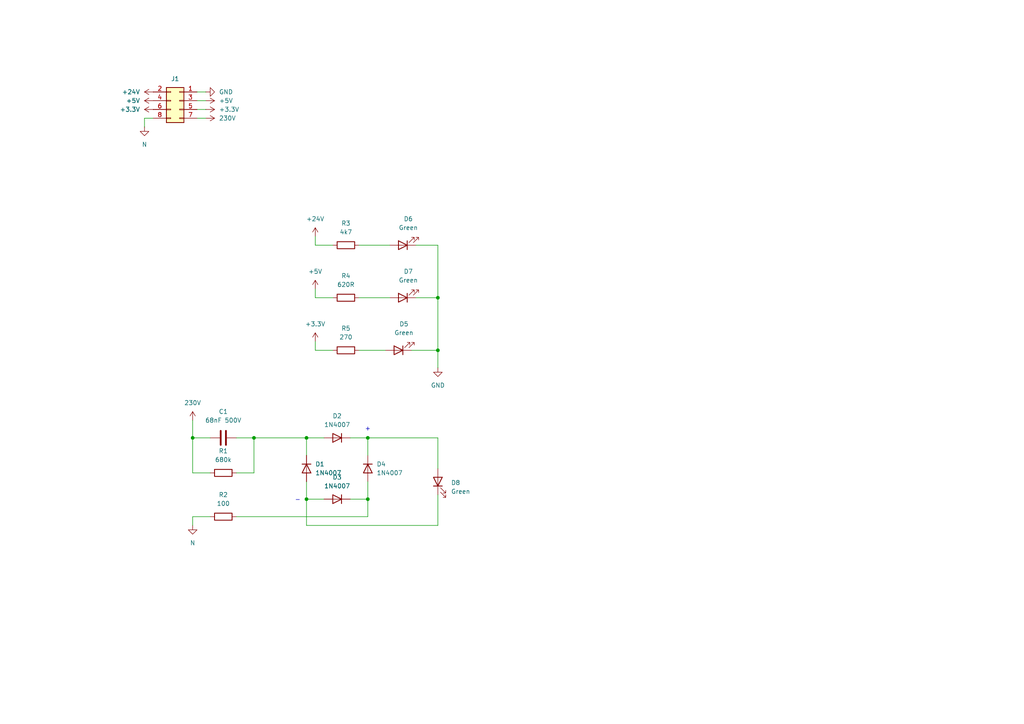
<source format=kicad_sch>
(kicad_sch (version 20231120) (generator "eeschema") (generator_version "8.0")
  (paper "A4")
  (title_block (title "${article} v${version}"))
  (lib_symbols
    (symbol "kicad_inventree_lib:1N4007" (pin_numbers hide) (pin_names hide)
      (property "Reference" "D" (at 0 2.54 0))
      (property "Value" "1N4007" (at 0 -2.54 0))
      (symbol "1N4007_0_1"
        (polyline (pts (xy -1.27 1.27) (xy -1.27 -1.27)) (stroke (width 0.254)))
        (polyline (pts (xy 1.27 0) (xy -1.27 0)))
        (polyline (pts (xy 1.27 1.27) (xy 1.27 -1.27) (xy -1.27 0) (xy 1.27 1.27)) (stroke (width 0.254)))
      )
      (symbol "1N4007_1_1"
        (pin passive line (at -3.81 0 0) (length 2.54) (name "K") (number "1"))
        (pin passive line (at 3.81 0 180) (length 2.54) (name "A") (number "2"))
      )
    )
    (symbol "kicad_inventree_lib:C_68nF_500V_1210" (pin_numbers hide) (pin_names (offset 0.254))
      (property "Reference" "C" (at 0.635 2.54 0))
      (property "Value" "68nF 500V" (at 0.635 -2.54 0))
      (symbol "C_68nF_500V_1210_0_1"
        (polyline (pts (xy -2.032 -0.762) (xy 2.032 -0.762)) (stroke (width 0.508)))
        (polyline (pts (xy -2.032 0.762) (xy 2.032 0.762)) (stroke (width 0.508)))
      )
      (symbol "C_68nF_500V_1210_1_1"
        (pin passive line (at 0 3.81 270) (length 2.794) (name "~") (number "1"))
        (pin passive line (at 0 -3.81 90) (length 2.794) (name "~") (number "2"))
      )
    )
    (symbol "kicad_inventree_lib:LED_green_1206_reverse" (pin_numbers hide) (pin_names (offset 1.016) hide)
      (property "Reference" "D" (at 0 2.54 0))
      (property "Value" "Green" (at 0 -2.54 0))
      (symbol "LED_green_1206_reverse_0_1"
        (polyline (pts (xy -1.27 -1.27) (xy -1.27 1.27)) (stroke (width 0.254)))
        (polyline (pts (xy -1.27 0) (xy 1.27 0)))
        (polyline (pts (xy 1.27 -1.27) (xy 1.27 1.27) (xy -1.27 0) (xy 1.27 -1.27)) (stroke (width 0.254)))
        (polyline (pts (xy -3.048 -0.762) (xy -4.572 -2.286) (xy -3.81 -2.286) (xy -4.572 -2.286) (xy -4.572 -1.524)))
        (polyline (pts (xy -1.778 -0.762) (xy -3.302 -2.286) (xy -2.54 -2.286) (xy -3.302 -2.286) (xy -3.302 -1.524)))
      )
      (symbol "LED_green_1206_reverse_1_1"
        (pin passive line (at -3.81 0 0) (length 2.54) (name "K") (number "1"))
        (pin passive line (at 3.81 0 180) (length 2.54) (name "A") (number "2"))
      )
    )
    (symbol "kicad_inventree_lib:PinHeader_02x04_P2.54_THT_angle" (pin_names (offset 1.016) hide)
      (property "Reference" "J" (at 1.27 5.08 0))
      (property "Value" "PinHeader_02x04_P2.54_THT_angle" (at 1.27 -7.62 0))
      (symbol "PinHeader_02x04_P2.54_THT_angle_1_1"
        (rectangle (start -1.27 -4.953) (end 0 -5.207) (stroke (width 0.1524)))
        (rectangle (start -1.27 -2.413) (end 0 -2.667) (stroke (width 0.1524)))
        (rectangle (start -1.27 0.127) (end 0 -0.127) (stroke (width 0.1524)))
        (rectangle (start -1.27 2.667) (end 0 2.413) (stroke (width 0.1524)))
        (rectangle (start -1.27 3.81) (end 3.81 -6.35) (stroke (width 0.254)) (fill (type background)))
        (rectangle (start 3.81 -4.953) (end 2.54 -5.207) (stroke (width 0.1524)))
        (rectangle (start 3.81 -2.413) (end 2.54 -2.667) (stroke (width 0.1524)))
        (rectangle (start 3.81 0.127) (end 2.54 -0.127) (stroke (width 0.1524)))
        (rectangle (start 3.81 2.667) (end 2.54 2.413) (stroke (width 0.1524)))
        (pin passive line (at -5.08 2.54 0) (length 3.81) (name "Pin_1") (number "1"))
        (pin passive line (at 7.62 2.54 180) (length 3.81) (name "Pin_2") (number "2"))
        (pin passive line (at -5.08 0 0) (length 3.81) (name "Pin_3") (number "3"))
        (pin passive line (at 7.62 0 180) (length 3.81) (name "Pin_4") (number "4"))
        (pin passive line (at -5.08 -2.54 0) (length 3.81) (name "Pin_5") (number "5"))
        (pin passive line (at 7.62 -2.54 180) (length 3.81) (name "Pin_6") (number "6"))
        (pin passive line (at -5.08 -5.08 0) (length 3.81) (name "Pin_7") (number "7"))
        (pin passive line (at 7.62 -5.08 180) (length 3.81) (name "Pin_8") (number "8"))
      )
    )
    (symbol "kicad_inventree_lib:R_100_1206_1%" (pin_numbers hide) (pin_names (offset 0))
      (property "Reference" "R" (at 2.032 0 90))
      (property "Value" "100" (at 0 0 90))
      (symbol "R_100_1206_1%_0_1"
        (rectangle (start -1.016 -2.54) (end 1.016 2.54) (stroke (width 0.254)))
      )
      (symbol "R_100_1206_1%_1_1"
        (pin passive line (at 0 3.81 270) (length 1.27) (name "~") (number "1"))
        (pin passive line (at 0 -3.81 90) (length 1.27) (name "~") (number "2"))
      )
    )
    (symbol "kicad_inventree_lib:R_270_1206_1%" (pin_numbers hide) (pin_names (offset 0))
      (property "Reference" "R" (at 2.032 0 90))
      (property "Value" "270" (at 0 0 90))
      (symbol "R_270_1206_1%_0_1"
        (rectangle (start -1.016 -2.54) (end 1.016 2.54) (stroke (width 0.254)))
      )
      (symbol "R_270_1206_1%_1_1"
        (pin passive line (at 0 3.81 270) (length 1.27) (name "~") (number "1"))
        (pin passive line (at 0 -3.81 90) (length 1.27) (name "~") (number "2"))
      )
    )
    (symbol "kicad_inventree_lib:R_4k7_1206_1%" (pin_numbers hide) (pin_names (offset 0))
      (property "Reference" "R" (at 2.032 0 90))
      (property "Value" "4k7" (at 0 0 90))
      (symbol "R_4k7_1206_1%_0_1"
        (rectangle (start -1.016 -2.54) (end 1.016 2.54) (stroke (width 0.254)))
      )
      (symbol "R_4k7_1206_1%_1_1"
        (pin passive line (at 0 3.81 270) (length 1.27) (name "~") (number "1"))
        (pin passive line (at 0 -3.81 90) (length 1.27) (name "~") (number "2"))
      )
    )
    (symbol "kicad_inventree_lib:R_620R_1206_1%" (pin_numbers hide) (pin_names (offset 0))
      (property "Reference" "R" (at 2.032 0 90))
      (property "Value" "620R" (at 0 0 90))
      (symbol "R_620R_1206_1%_0_1"
        (rectangle (start -1.016 -2.54) (end 1.016 2.54) (stroke (width 0.254)))
      )
      (symbol "R_620R_1206_1%_1_1"
        (pin passive line (at 0 3.81 270) (length 1.27) (name "~") (number "1"))
        (pin passive line (at 0 -3.81 90) (length 1.27) (name "~") (number "2"))
      )
    )
    (symbol "kicad_inventree_lib:R_680k_1206_1%" (pin_numbers hide) (pin_names (offset 0))
      (property "Reference" "R" (at 2.032 0 90))
      (property "Value" "680k" (at 0 0 90))
      (symbol "R_680k_1206_1%_0_1"
        (rectangle (start -1.016 -2.54) (end 1.016 2.54) (stroke (width 0.254)))
      )
      (symbol "R_680k_1206_1%_1_1"
        (pin passive line (at 0 3.81 270) (length 1.27) (name "~") (number "1"))
        (pin passive line (at 0 -3.81 90) (length 1.27) (name "~") (number "2"))
      )
    )
    (symbol "power:+24V" (power) (pin_numbers hide) (pin_names (offset 0) hide)
      (property "Value" "+24V" (at 0 3.556 0))
      (symbol "+24V_0_1"
        (polyline (pts (xy -0.762 1.27) (xy 0 2.54)))
        (polyline (pts (xy 0 0) (xy 0 2.54)))
        (polyline (pts (xy 0 2.54) (xy 0.762 1.27)))
      )
      (symbol "+24V_1_1"
        (pin power_in line (at 0 0 90) (length 0) (name "~") (number "1"))
      )
    )
    (symbol "power:+3.3V" (power) (pin_numbers hide) (pin_names (offset 0) hide)
      (property "Value" "+3.3V" (at 0 3.556 0))
      (symbol "+3.3V_0_1"
        (polyline (pts (xy -0.762 1.27) (xy 0 2.54)))
        (polyline (pts (xy 0 0) (xy 0 2.54)))
        (polyline (pts (xy 0 2.54) (xy 0.762 1.27)))
      )
      (symbol "+3.3V_1_1"
        (pin power_in line (at 0 0 90) (length 0) (name "~") (number "1"))
      )
    )
    (symbol "power:+5V" (power) (pin_numbers hide) (pin_names (offset 0) hide)
      (property "Value" "+5V" (at 0 3.556 0))
      (symbol "+5V_0_1"
        (polyline (pts (xy -0.762 1.27) (xy 0 2.54)))
        (polyline (pts (xy 0 0) (xy 0 2.54)))
        (polyline (pts (xy 0 2.54) (xy 0.762 1.27)))
      )
      (symbol "+5V_1_1"
        (pin power_in line (at 0 0 90) (length 0) (name "~") (number "1"))
      )
    )
    (symbol "power:GND" (power) (pin_numbers hide) (pin_names (offset 0) hide)
      (property "Value" "GND" (at 0 -3.81 0))
      (symbol "GND_0_1"
        (polyline (pts (xy 0 0) (xy 0 -1.27) (xy 1.27 -1.27) (xy 0 -2.54) (xy -1.27 -1.27) (xy 0 -1.27)))
      )
      (symbol "GND_1_1"
        (pin power_in line (at 0 0 270) (length 0) (name "~") (number "1"))
      )
    )
  )
  (junction (at 106.68 144.78))
  (junction (at 73.66 127))
  (junction (at 88.9 144.78))
  (junction (at 127 101.6))
  (junction (at 88.9 127))
  (junction (at 55.88 127))
  (junction (at 127 86.36))
  (junction (at 106.68 127))
  (wire (pts (xy 68.58 137.16) (xy 73.66 137.16)))
  (wire (pts (xy 104.14 71.12) (xy 113.03 71.12)))
  (wire (pts (xy 101.6 144.78) (xy 106.68 144.78)))
  (wire (pts (xy 106.68 127) (xy 127 127)))
  (wire (pts (xy 41.91 34.29) (xy 41.91 36.83)))
  (wire (pts (xy 73.66 137.16) (xy 73.66 127)))
  (wire (pts (xy 44.45 34.29) (xy 41.91 34.29)))
  (wire (pts (xy 60.96 137.16) (xy 55.88 137.16)))
  (wire (pts (xy 127 135.89) (xy 127 127)))
  (wire (pts (xy 88.9 127) (xy 88.9 132.08)))
  (wire (pts (xy 88.9 152.4) (xy 88.9 144.78)))
  (wire (pts (xy 91.44 71.12) (xy 96.52 71.12)))
  (wire (pts (xy 91.44 101.6) (xy 96.52 101.6)))
  (wire (pts (xy 96.52 86.36) (xy 91.44 86.36)))
  (wire (pts (xy 88.9 144.78) (xy 93.98 144.78)))
  (wire (pts (xy 68.58 127) (xy 73.66 127)))
  (wire (pts (xy 120.65 71.12) (xy 127 71.12)))
  (wire (pts (xy 113.03 86.36) (xy 104.14 86.36)))
  (wire (pts (xy 127 152.4) (xy 88.9 152.4)))
  (wire (pts (xy 88.9 139.7) (xy 88.9 144.78)))
  (wire (pts (xy 57.15 34.29) (xy 59.69 34.29)))
  (wire (pts (xy 127 86.36) (xy 127 101.6)))
  (wire (pts (xy 91.44 99.06) (xy 91.44 101.6)))
  (wire (pts (xy 60.96 127) (xy 55.88 127)))
  (wire (pts (xy 106.68 144.78) (xy 106.68 139.7)))
  (wire (pts (xy 120.65 86.36) (xy 127 86.36)))
  (wire (pts (xy 57.15 31.75) (xy 59.69 31.75)))
  (wire (pts (xy 91.44 86.36) (xy 91.44 83.82)))
  (wire (pts (xy 127 106.68) (xy 127 101.6)))
  (wire (pts (xy 91.44 68.58) (xy 91.44 71.12)))
  (wire (pts (xy 57.15 29.21) (xy 59.69 29.21)))
  (wire (pts (xy 57.15 26.67) (xy 59.69 26.67)))
  (wire (pts (xy 127 101.6) (xy 119.38 101.6)))
  (wire (pts (xy 104.14 101.6) (xy 111.76 101.6)))
  (wire (pts (xy 55.88 152.4) (xy 55.88 149.86)))
  (wire (pts (xy 127 143.51) (xy 127 152.4)))
  (wire (pts (xy 127 71.12) (xy 127 86.36)))
  (wire (pts (xy 73.66 127) (xy 88.9 127)))
  (wire (pts (xy 88.9 127) (xy 93.98 127)))
  (wire (pts (xy 106.68 127) (xy 101.6 127)))
  (wire (pts (xy 55.88 127) (xy 55.88 121.92)))
  (wire (pts (xy 55.88 137.16) (xy 55.88 127)))
  (wire (pts (xy 68.58 149.86) (xy 106.68 149.86)))
  (wire (pts (xy 106.68 132.08) (xy 106.68 127)))
  (wire (pts (xy 55.88 149.86) (xy 60.96 149.86)))
  (wire (pts (xy 106.68 149.86) (xy 106.68 144.78)))
  (text "-" (at 86.36 145.034 0) (effects (font (size 1.27 1.27))))
  (text "+" (at 106.68 124.46 0) (effects (font (size 1.27 1.27))))
  (symbol (lib_id "kicad_inventree_lib:R_100_1206_1%") (at 64.77 149.86 90) (unit 1)
    (property "Reference" "R2" (at 64.77 143.51 90))
    (property "Value" "100" (at 64.77 146.05 90))
    (property "Footprint" "Resistor_SMD:R_1206_3216Metric_Pad1.30x1.75mm_HandSolder" (effects (hide yes)))
    (property "Datasheet" "http://inventree.network/part/61/" (effects (hide yes)))
    (property "Description" "Resistor" (effects (hide yes)))
    (property "part_ipn" "R_100_1206_1%" (effects (hide yes)))
  )
  (symbol (lib_id "kicad_inventree_lib:R_620R_1206_1%") (at 100.33 86.36 90) (unit 1)
    (property "Reference" "R4" (at 100.33 80.01 90))
    (property "Value" "620R" (at 100.33 82.55 90))
    (property "Footprint" "Resistor_SMD:R_1206_3216Metric_Pad1.30x1.75mm_HandSolder" (effects (hide yes)))
    (property "Datasheet" "http://inventree.network/part/147/" (effects (hide yes)))
    (property "Description" "Resistor" (effects (hide yes)))
    (property "part_ipn" "R_620R_1206_1%" (effects (hide yes)))
  )
  (symbol (lib_id "power:GND") (at 127 106.68 0) (unit 1)
    (property "Reference" "#PWR014" (effects (hide yes)))
    (property "Value" "GND" (at 127 111.76 0))
    (property "Description" "Power symbol creates a global label with name \"GND\" , ground" (effects (hide yes)))
  )
  (symbol (lib_id "kicad_inventree_lib:1N4007") (at 106.68 135.89 270) (unit 1)
    (property "Reference" "D4" (at 109.22 134.6199 90) (effects (justify left)))
    (property "Value" "1N4007" (at 109.22 137.1599 90) (effects (justify left)))
    (property "Footprint" "Diode_SMD:D_SMA" (effects (hide yes)))
    (property "Datasheet" "http://inventree.network/part/146/" (effects (hide yes)))
    (property "Description" "1A Independent Type 1kV 1.1V@1A SMA(DO-214AC) Diodes" (effects (hide yes)))
    (property "part_ipn" "1N4007" (effects (hide yes)))
  )
  (symbol (lib_id "kicad_inventree_lib:LED_green_1206_reverse") (at 115.57 101.6 180) (unit 1)
    (property "Reference" "D5" (at 117.1575 93.98 0))
    (property "Value" "Green" (at 117.1575 96.52 0))
    (property "Footprint" "kicad_inventree_lib:LED_1206_3216Metric_ReverseMount_Hole1.8x2.4mm" (effects (hide yes)))
    (property "Datasheet" "http://inventree.network/part/129/" (effects (hide yes)))
    (property "Description" "Light emitting diode" (effects (hide yes)))
    (property "part_ipn" "LED_green_1206_reverse" (effects (hide yes)))
  )
  (symbol (lib_id "power:+3.3V") (at 44.45 31.75 90) (unit 1)
    (property "Reference" "#PWR04" (effects (hide yes)))
    (property "Value" "+3.3V" (at 40.64 31.7499 90) (effects (justify left)))
    (property "Description" "Power symbol creates a global label with name \"+3.3V\"" (effects (hide yes)))
  )
  (symbol (lib_id "power:GND") (at 55.88 152.4 0) (unit 1)
    (property "Reference" "#PWR06" (effects (hide yes)))
    (property "Value" "N" (at 55.88 157.48 0))
    (property "Description" "Power symbol creates a global label with name \"GND\" , ground" (effects (hide yes)))
  )
  (symbol (lib_id "power:+24V") (at 91.44 68.58 0) (unit 1)
    (property "Reference" "#PWR011" (effects (hide yes)))
    (property "Value" "+24V" (at 91.44 63.5 0))
    (property "Description" "Power symbol creates a global label with name \"+24V\"" (effects (hide yes)))
  )
  (symbol (lib_id "power:+5V") (at 44.45 29.21 90) (unit 1)
    (property "Reference" "#PWR03" (effects (hide yes)))
    (property "Value" "+5V" (at 40.64 29.2099 90) (effects (justify left)))
    (property "Description" "Power symbol creates a global label with name \"+5V\"" (effects (hide yes)))
  )
  (symbol (lib_id "kicad_inventree_lib:LED_green_1206_reverse") (at 127 139.7 90) (unit 1)
    (property "Reference" "D8" (at 130.81 140.0174 90) (effects (justify right)))
    (property "Value" "Green" (at 130.81 142.5574 90) (effects (justify right)))
    (property "Footprint" "kicad_inventree_lib:LED_1206_3216Metric_ReverseMount_Hole1.8x2.4mm" (effects (hide yes)))
    (property "Datasheet" "http://inventree.network/part/129/" (effects (hide yes)))
    (property "Description" "Light emitting diode" (effects (hide yes)))
    (property "part_ipn" "LED_green_1206_reverse" (effects (hide yes)))
  )
  (symbol (lib_id "power:+24V") (at 44.45 26.67 90) (unit 1)
    (property "Reference" "#PWR02" (effects (hide yes)))
    (property "Value" "+24V" (at 40.64 26.6699 90) (effects (justify left)))
    (property "Description" "Power symbol creates a global label with name \"+24V\"" (effects (hide yes)))
  )
  (symbol (lib_id "power:+5V") (at 59.69 34.29 270) (unit 1)
    (property "Reference" "#PWR010" (effects (hide yes)))
    (property "Value" "230V" (at 63.5 34.2899 90) (effects (justify left)))
    (property "Description" "Power symbol creates a global label with name \"+5V\"" (effects (hide yes)))
  )
  (symbol (lib_id "kicad_inventree_lib:LED_green_1206_reverse") (at 116.84 86.36 180) (unit 1)
    (property "Reference" "D7" (at 118.4275 78.74 0))
    (property "Value" "Green" (at 118.4275 81.28 0))
    (property "Footprint" "kicad_inventree_lib:LED_1206_3216Metric_ReverseMount_Hole1.8x2.4mm" (effects (hide yes)))
    (property "Datasheet" "http://inventree.network/part/129/" (effects (hide yes)))
    (property "Description" "Light emitting diode" (effects (hide yes)))
    (property "part_ipn" "LED_green_1206_reverse" (effects (hide yes)))
  )
  (symbol (lib_id "kicad_inventree_lib:R_270_1206_1%") (at 100.33 101.6 90) (unit 1)
    (property "Reference" "R5" (at 100.33 95.25 90))
    (property "Value" "270" (at 100.33 97.79 90))
    (property "Footprint" "Resistor_SMD:R_1206_3216Metric_Pad1.30x1.75mm_HandSolder" (effects (hide yes)))
    (property "Datasheet" "https://www.hqonline.com/product-detail/chip-resistors-fojan-frc2512f1101ts-2500371841" (effects (hide yes)))
    (property "Description" "Resistor" (effects (hide yes)))
    (property "NextPCB_price" "0.00289" (effects (hide yes)))
    (property "NextPCB_url" "https://www.hqonline.com/product-detail/chip-resistors-ralec-rtt062700ftp-2500346938" (effects (hide yes)))
    (property "part_ipn" "R_270_1206_1%" (effects (hide yes)))
  )
  (symbol (lib_id "kicad_inventree_lib:PinHeader_02x04_P2.54_THT_angle") (at 52.07 29.21 0) (mirror y) (unit 1)
    (property "Reference" "J1" (at 50.8 22.86 0))
    (property "Value" "PinHeader_02x04_P2.54_THT_angle" (effects (hide yes)))
    (property "Footprint" "Connector_PinHeader_2.54mm:PinHeader_2x04_P2.54mm_Horizontal" (effects (hide yes)))
    (property "Datasheet" "http://inventree.network/part/128/" (effects (hide yes)))
    (property "Description" "Generic connector, double row, 02x04, odd/even pin numbering scheme (row 1 odd numbers, row 2 even numbers), script generated (kicad-library-utils/schlib/autogen/connector/)" (effects (hide yes)))
    (property "part_ipn" "PinHeader_02x04_P2.54_THT_angle" (effects (hide yes)))
  )
  (symbol (lib_id "kicad_inventree_lib:1N4007") (at 88.9 135.89 270) (unit 1)
    (property "Reference" "D1" (at 91.44 134.6199 90) (effects (justify left)))
    (property "Value" "1N4007" (at 91.44 137.1599 90) (effects (justify left)))
    (property "Footprint" "Diode_SMD:D_SMA" (effects (hide yes)))
    (property "Datasheet" "http://inventree.network/part/146/" (effects (hide yes)))
    (property "Description" "1A Independent Type 1kV 1.1V@1A SMA(DO-214AC) Diodes" (effects (hide yes)))
    (property "part_ipn" "1N4007" (effects (hide yes)))
  )
  (symbol (lib_id "power:+5V") (at 59.69 29.21 270) (unit 1)
    (property "Reference" "#PWR08" (effects (hide yes)))
    (property "Value" "+5V" (at 63.5 29.2099 90) (effects (justify left)))
    (property "Description" "Power symbol creates a global label with name \"+5V\"" (effects (hide yes)))
  )
  (symbol (lib_id "power:+3.3V") (at 91.44 99.06 0) (unit 1)
    (property "Reference" "#PWR013" (effects (hide yes)))
    (property "Value" "+3.3V" (at 91.44 93.98 0))
    (property "Description" "Power symbol creates a global label with name \"+3.3V\"" (effects (hide yes)))
  )
  (symbol (lib_id "power:+5V") (at 55.88 121.92 0) (unit 1)
    (property "Reference" "#PWR05" (effects (hide yes)))
    (property "Value" "230V" (at 55.88 116.84 0))
    (property "Description" "Power symbol creates a global label with name \"+5V\"" (effects (hide yes)))
  )
  (symbol (lib_id "power:+5V") (at 91.44 83.82 0) (unit 1)
    (property "Reference" "#PWR012" (effects (hide yes)))
    (property "Value" "+5V" (at 91.44 78.74 0))
    (property "Description" "Power symbol creates a global label with name \"+5V\"" (effects (hide yes)))
  )
  (symbol (lib_id "power:GND") (at 41.91 36.83 0) (unit 1)
    (property "Reference" "#PWR01" (effects (hide yes)))
    (property "Value" "N" (at 41.91 41.91 0))
    (property "Description" "Power symbol creates a global label with name \"GND\" , ground" (effects (hide yes)))
  )
  (symbol (lib_id "kicad_inventree_lib:R_680k_1206_1%") (at 64.77 137.16 90) (unit 1)
    (property "Reference" "R1" (at 64.77 130.81 90))
    (property "Value" "680k" (at 64.77 133.35 90))
    (property "Footprint" "Resistor_SMD:R_1206_3216Metric_Pad1.30x1.75mm_HandSolder" (effects (hide yes)))
    (property "Datasheet" "http://inventree.network/part/147/" (effects (hide yes)))
    (property "Description" "Resistor" (effects (hide yes)))
    (property "part_ipn" "R_680k_1206_1%" (effects (hide yes)))
  )
  (symbol (lib_id "power:+3.3V") (at 59.69 31.75 270) (unit 1)
    (property "Reference" "#PWR09" (effects (hide yes)))
    (property "Value" "+3.3V" (at 63.5 31.7499 90) (effects (justify left)))
    (property "Description" "Power symbol creates a global label with name \"+3.3V\"" (effects (hide yes)))
  )
  (symbol (lib_id "kicad_inventree_lib:R_4k7_1206_1%") (at 100.33 71.12 90) (unit 1)
    (property "Reference" "R3" (at 100.33 64.77 90))
    (property "Value" "4k7" (at 100.33 67.31 90))
    (property "Footprint" "Resistor_SMD:R_1206_3216Metric_Pad1.30x1.75mm_HandSolder" (effects (hide yes)))
    (property "Datasheet" "http://inventree.network/part/117/" (effects (hide yes)))
    (property "Description" "Resistor" (effects (hide yes)))
    (property "part_ipn" "R_4k7_1206_1%" (effects (hide yes)))
  )
  (symbol (lib_id "kicad_inventree_lib:C_68nF_500V_1210") (at 64.77 127 90) (unit 1)
    (property "Reference" "C1" (at 64.77 119.38 90))
    (property "Value" "68nF 500V" (at 64.77 121.92 90))
    (property "Footprint" "Capacitor_SMD:C_1210_3225Metric_Pad1.33x2.70mm_HandSolder" (effects (hide yes)))
    (property "Datasheet" "http://inventree.network/part/145/" (effects (hide yes)))
    (property "Description" "Unpolarized capacitor" (effects (hide yes)))
    (property "part_ipn" "C_68nF_500V_1210" (effects (hide yes)))
  )
  (symbol (lib_id "kicad_inventree_lib:1N4007") (at 97.79 144.78 180) (unit 1)
    (property "Reference" "D3" (at 97.79 138.43 0))
    (property "Value" "1N4007" (at 97.79 140.97 0))
    (property "Footprint" "Diode_SMD:D_SMA" (effects (hide yes)))
    (property "Datasheet" "http://inventree.network/part/146/" (effects (hide yes)))
    (property "Description" "1A Independent Type 1kV 1.1V@1A SMA(DO-214AC) Diodes" (effects (hide yes)))
    (property "part_ipn" "1N4007" (effects (hide yes)))
  )
  (symbol (lib_id "power:GND") (at 59.69 26.67 90) (unit 1)
    (property "Reference" "#PWR07" (effects (hide yes)))
    (property "Value" "GND" (at 63.5 26.6699 90) (effects (justify right)))
    (property "Description" "Power symbol creates a global label with name \"GND\" , ground" (effects (hide yes)))
  )
  (symbol (lib_id "kicad_inventree_lib:1N4007") (at 97.79 127 180) (unit 1)
    (property "Reference" "D2" (at 97.79 120.65 0))
    (property "Value" "1N4007" (at 97.79 123.19 0))
    (property "Footprint" "Diode_SMD:D_SMA" (effects (hide yes)))
    (property "Datasheet" "http://inventree.network/part/146/" (effects (hide yes)))
    (property "Description" "1A Independent Type 1kV 1.1V@1A SMA(DO-214AC) Diodes" (effects (hide yes)))
    (property "part_ipn" "1N4007" (effects (hide yes)))
  )
  (symbol (lib_id "kicad_inventree_lib:LED_green_1206_reverse") (at 116.84 71.12 180) (unit 1)
    (property "Reference" "D6" (at 118.4275 63.5 0))
    (property "Value" "Green" (at 118.4275 66.04 0))
    (property "Footprint" "kicad_inventree_lib:LED_1206_3216Metric_ReverseMount_Hole1.8x2.4mm" (effects (hide yes)))
    (property "Datasheet" "http://inventree.network/part/129/" (effects (hide yes)))
    (property "Description" "Light emitting diode" (effects (hide yes)))
    (property "part_ipn" "LED_green_1206_reverse" (effects (hide yes)))
  )
)
</source>
